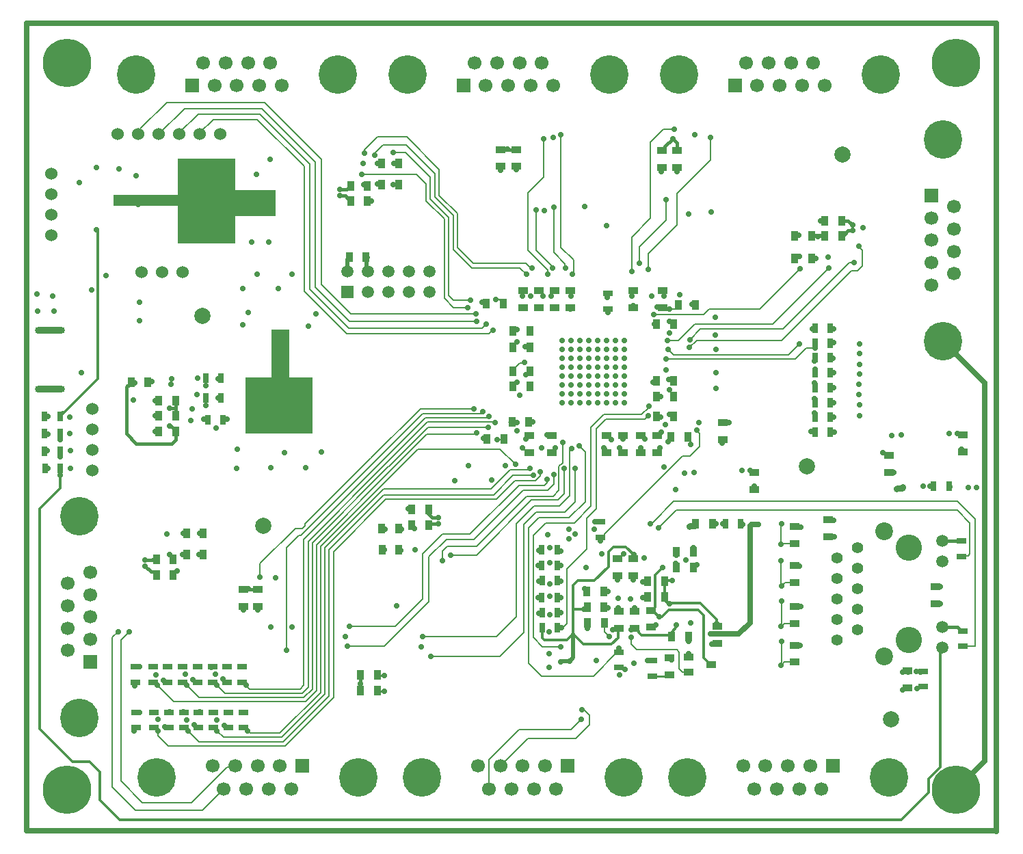
<source format=gbl>
G04*
G04 #@! TF.GenerationSoftware,Altium Limited,Altium Designer,18.1.7 (191)*
G04*
G04 Layer_Physical_Order=4*
G04 Layer_Color=16711680*
%FSLAX24Y24*%
%MOIN*%
G70*
G01*
G75*
%ADD10C,0.0100*%
%ADD15C,0.0200*%
%ADD21C,0.0080*%
%ADD23C,0.0150*%
%ADD25C,0.0250*%
%ADD29R,0.0472X0.0354*%
%ADD37R,0.0512X0.0276*%
%ADD38R,0.0354X0.0472*%
%ADD39R,0.0276X0.0512*%
%ADD103C,0.0120*%
%ADD105C,0.0070*%
%ADD106C,0.0300*%
%ADD114C,0.0600*%
%ADD115C,0.0591*%
%ADD116R,0.0591X0.0591*%
%ADD117C,0.2362*%
%ADD118O,0.1457X0.0354*%
%ADD119C,0.1874*%
%ADD120R,0.0669X0.0669*%
%ADD121C,0.0669*%
%ADD122R,0.0669X0.0669*%
%ADD123C,0.0787*%
%ADD124C,0.0866*%
%ADD125C,0.0551*%
%ADD126C,0.1280*%
%ADD127C,0.0500*%
%ADD128C,0.0280*%
%ADD154R,0.0492X0.0335*%
%ADD155R,0.2153X0.1312*%
%ADD156R,0.4235X0.0581*%
%ADD157R,0.2797X0.4129*%
%ADD158R,0.3266X0.2746*%
%ADD159R,0.0899X0.3490*%
D10*
X17084Y7564D02*
X17419D01*
X17071Y7577D02*
X17084Y7564D01*
X17100Y6778D02*
X17406D01*
X17071Y6807D02*
X17100Y6778D01*
X8718Y21678D02*
Y22045D01*
X8706Y22057D02*
X8718Y22045D01*
X8714Y20712D02*
X8721Y20704D01*
X8714Y20712D02*
Y21062D01*
X8706Y21070D02*
X8714Y21062D01*
X31271Y7527D02*
X31321Y7577D01*
X30476Y7527D02*
X31271D01*
D15*
X26625Y8406D02*
Y9581D01*
X26465Y8246D02*
X26625Y8406D01*
X26030Y8235D02*
X26041Y8246D01*
X16541Y27391D02*
Y27954D01*
X15611Y27243D02*
Y27864D01*
X38247Y28983D02*
X38880D01*
X38247Y28983D02*
X38247Y28983D01*
X26041Y8246D02*
X26465D01*
D21*
X6378Y4631D02*
Y4865D01*
X24539Y27433D02*
X24613D01*
X24330Y27643D02*
X24539Y27433D01*
X45337Y15609D02*
X45964Y14983D01*
Y13477D02*
Y14983D01*
X45873Y13387D02*
X45964Y13477D01*
X45350Y16041D02*
X46220Y15170D01*
Y8970D02*
Y15170D01*
X32784Y18726D02*
Y19364D01*
X32643Y19505D02*
X32784Y19364D01*
X32643Y19505D02*
Y19511D01*
X45587Y13387D02*
X45873D01*
X45560Y13360D02*
X45587Y13387D01*
X31663Y15609D02*
X45337D01*
X31528Y16041D02*
X45350D01*
X45620Y8970D02*
X46220D01*
X30791Y14737D02*
X31663Y15609D01*
X30516Y15030D02*
X31528Y16041D01*
X30511Y15030D02*
X30516D01*
X30437Y14956D02*
X30511Y15030D01*
X30383Y14956D02*
X30437D01*
X30280Y27365D02*
Y28130D01*
X29472Y28910D02*
X30402Y29839D01*
X29472Y27247D02*
Y28910D01*
X29849Y27655D02*
Y28443D01*
X25674Y28180D02*
Y30387D01*
Y28180D02*
X26233Y27620D01*
Y27435D02*
Y27620D01*
Y27435D02*
X26244Y27424D01*
X26030Y28419D02*
Y33907D01*
X26639Y27161D02*
Y27809D01*
X26603Y27124D02*
X26639Y27161D01*
X26030Y28419D02*
X26639Y27809D01*
X24815Y28280D02*
X25554Y27541D01*
Y27533D02*
Y27541D01*
Y27533D02*
X25627Y27460D01*
Y27406D02*
Y27460D01*
X24419Y28283D02*
Y31093D01*
Y28283D02*
X25375Y27328D01*
Y27112D02*
Y27328D01*
X35708Y25420D02*
X37686Y27398D01*
X33250Y25420D02*
X35708D01*
X32989Y25159D02*
X33250Y25420D01*
X30562Y25159D02*
X32989D01*
X30402Y29839D02*
Y33567D01*
X21766Y27643D02*
X24330D01*
X21677Y27428D02*
X24027D01*
X24337Y27118D01*
X20986Y28423D02*
X21766Y27643D01*
X20772Y28334D02*
X21677Y27428D01*
X22517Y24209D02*
X22706Y24398D01*
X15584Y24209D02*
X22517D01*
X13518Y26276D02*
X15584Y24209D01*
X22203Y24476D02*
X22402Y24674D01*
X15688Y24476D02*
X22203D01*
X13780Y26384D02*
X15688Y24476D01*
X15725Y24824D02*
X21907D01*
X14052Y26497D02*
X15725Y24824D01*
X15779Y25197D02*
X21887D01*
X14354Y26622D02*
X15779Y25197D01*
X20798Y25494D02*
X21491D01*
X20337Y25956D02*
X20798Y25494D01*
X20337Y25956D02*
Y29805D01*
X20772Y25868D02*
X21632D01*
X20557Y26082D02*
X20772Y25868D01*
X20557Y26082D02*
Y29897D01*
X23006Y25891D02*
X23223Y25674D01*
X22863Y25891D02*
X23006D01*
X13780Y26384D02*
Y32486D01*
X14052Y26497D02*
Y32599D01*
X14354Y26622D02*
Y32724D01*
X13518Y26276D02*
Y32378D01*
X11343Y34923D02*
X13780Y32486D01*
X11456Y35195D02*
X14052Y32599D01*
X11581Y35498D02*
X14354Y32724D01*
X11235Y34661D02*
X13518Y32378D01*
X8342Y34923D02*
X11343D01*
X7435Y34016D02*
X8342Y34923D01*
X7688Y35195D02*
X11456D01*
X6435Y33942D02*
X7688Y35195D01*
X9071Y34661D02*
X11235D01*
X8435Y34025D02*
X9071Y34661D01*
X8435Y33942D02*
Y34025D01*
X7435Y33942D02*
Y34016D01*
X5534Y34225D02*
X6806Y35498D01*
X11581D01*
X5534Y34041D02*
Y34225D01*
X5435Y33942D02*
X5534Y34041D01*
X30280Y28130D02*
X31683Y29534D01*
X29849Y28443D02*
X31157Y29751D01*
X20772Y28334D02*
Y29985D01*
X20986Y28423D02*
Y30074D01*
X19883Y30873D02*
X20772Y29985D01*
X19669Y30785D02*
X20557Y29897D01*
X19449Y30693D02*
X20337Y29805D01*
X20098Y30962D02*
X20986Y30074D01*
X32638Y23876D02*
X36773D01*
X32302Y23540D02*
X32638Y23876D01*
X32816Y24439D02*
X36841D01*
X32309Y23932D02*
X32816Y24439D01*
X40488Y27283D02*
X40735Y27531D01*
X40181Y27283D02*
X40488D01*
X36773Y23876D02*
X40181Y27283D01*
X40094Y27693D02*
X40321D01*
X36841Y24439D02*
X40094Y27693D01*
X32552Y24671D02*
X36355D01*
X31762Y23882D02*
X32552Y24671D01*
X31236Y23882D02*
X31762D01*
X36355Y24671D02*
X39094Y27411D01*
X37463Y22995D02*
X37995Y23528D01*
X31142Y22995D02*
X37463D01*
X37995Y23528D02*
X38411D01*
X24200Y22786D02*
X24238Y22824D01*
X24024Y22786D02*
X24200D01*
X23695Y22456D02*
X24024Y22786D01*
X23596Y22456D02*
X23695D01*
X37133Y23199D02*
X37654Y23720D01*
X31504Y23199D02*
X37133D01*
X31260Y23443D02*
X31504Y23199D01*
X32321Y18263D02*
X32784Y18726D01*
X31967Y18263D02*
X32321D01*
X28153Y14449D02*
X31967Y18263D01*
X27493Y19649D02*
X28123Y20279D01*
X27493Y15803D02*
Y19649D01*
X26672Y14982D02*
X27493Y15803D01*
X28123Y20279D02*
X29966D01*
X27280Y13706D02*
Y15206D01*
X26320Y12745D02*
X27280Y13706D01*
X26320Y10093D02*
Y12745D01*
X27280Y15206D02*
X27750Y15675D01*
X25121Y8964D02*
X26036D01*
X24671Y9414D02*
X25121Y8964D01*
X24671Y9414D02*
Y11464D01*
X24681Y11473D02*
Y14380D01*
X24671Y11464D02*
X24681Y11473D01*
X25283Y14982D02*
X26672D01*
X24681Y14380D02*
X25283Y14982D01*
X24469Y14756D02*
X24953Y15239D01*
X24469Y8159D02*
Y14756D01*
Y8159D02*
X25096Y7532D01*
X24205Y14921D02*
X24809Y15526D01*
X24205Y9646D02*
Y14921D01*
X23043Y8483D02*
X24205Y9646D01*
X26430Y15239D02*
X27206Y16015D01*
X24953Y15239D02*
X26430D01*
X27750Y15675D02*
Y19584D01*
X28220Y20055D01*
X29966Y20279D02*
X30309Y20621D01*
Y20676D01*
X28220Y20055D02*
X30136D01*
X30293Y20213D01*
X32342Y18831D02*
Y19081D01*
X32229Y19194D02*
X32342Y19081D01*
X27937Y14291D02*
X28056D01*
X28153Y14389D02*
Y14449D01*
X28056Y14291D02*
X28153Y14389D01*
X26179Y9952D02*
X26320Y10093D01*
X26097Y9880D02*
X26168Y9952D01*
X26179D01*
X26043Y9880D02*
X26097D01*
X25096Y7532D02*
X27611D01*
X19055Y18598D02*
X23060D01*
X17622Y17165D02*
X19055Y18598D01*
X23060D02*
X23822Y17836D01*
X19492Y19318D02*
X21785D01*
X21802Y19335D01*
X21894D01*
X21932Y19373D01*
X17798Y17624D02*
X19492Y19318D01*
X14109Y13935D02*
X17798Y17624D01*
X17648Y17760D02*
X19546Y19658D01*
X17403Y17788D02*
X19523Y19908D01*
X19404Y20104D02*
X22468D01*
X17181Y17880D02*
X19404Y20104D01*
X19284Y20311D02*
X22119D01*
X16949Y17976D02*
X19284Y20311D01*
X16763Y18157D02*
X19171Y20565D01*
X13556Y14950D02*
X16763Y18157D01*
X13556Y14846D02*
Y14950D01*
X19171Y20565D02*
X21780D01*
X22468Y20104D02*
X22534Y20170D01*
X22119Y20311D02*
X22219Y20411D01*
X22783Y19908D02*
X22809Y19882D01*
X19523Y19908D02*
X22783D01*
X19546Y19658D02*
X22502D01*
X17648Y17757D02*
Y17760D01*
X17598Y17707D02*
X17648Y17757D01*
X22924Y19036D02*
X23159D01*
X23233Y19110D01*
X14309Y13852D02*
X17622Y17165D01*
X14109Y6814D02*
Y13935D01*
X13572Y6277D02*
X14109Y6814D01*
X23543Y17569D02*
X24378D01*
X24451Y17642D01*
X24505D01*
X14511Y13769D02*
X17380Y16638D01*
X22613D02*
X23543Y17569D01*
X17380Y16638D02*
X22613D01*
X14723Y13681D02*
X17393Y16350D01*
X17407Y16364D01*
X22740D01*
X23691Y17315D01*
X24674D01*
X24787Y17047D02*
X25014Y17274D01*
X23792Y17047D02*
X24787D01*
X22896Y16151D02*
X23792Y17047D01*
X25014Y17274D02*
Y17498D01*
X14942Y13590D02*
X17503Y16151D01*
X22896D01*
X21600Y14452D02*
X23981Y16833D01*
X25235D02*
X25339Y16937D01*
Y17123D01*
X25350Y17134D01*
X23981Y16833D02*
X25235D01*
X25676Y16882D02*
Y17364D01*
X15649Y8970D02*
X17408D01*
X25380Y16586D02*
X25676Y16882D01*
X25936Y16586D02*
Y17744D01*
X26109Y17917D01*
X25639Y16290D02*
X25936Y16586D01*
X24163Y18649D02*
X24347Y18465D01*
X20254Y14452D02*
X21600D01*
X19277Y13476D02*
X20254Y14452D01*
X19277Y11271D02*
Y13476D01*
X17957Y9951D02*
X19277Y11271D01*
X15724Y9951D02*
X17957D01*
X24188Y16586D02*
X25380D01*
X21800Y14198D02*
X24188Y16586D01*
X20665Y13422D02*
X21913D01*
X20481Y13868D02*
X21927D01*
X26109Y17917D02*
Y18909D01*
X20443Y14198D02*
X21800D01*
X19591Y13346D02*
X20443Y14198D01*
X19591Y11153D02*
Y13346D01*
X17408Y8970D02*
X19591Y11153D01*
X20241Y13628D02*
X20481Y13868D01*
X24348Y16290D02*
X25639D01*
X21927Y13868D02*
X24348Y16290D01*
X26460Y18551D02*
X26537Y18628D01*
X26175Y17576D02*
X26186Y17587D01*
X26175Y16408D02*
Y17576D01*
X25871Y16104D02*
X26175Y16408D01*
X26186Y17587D02*
Y17641D01*
X24595Y16104D02*
X25871D01*
X21913Y13422D02*
X24595Y16104D01*
X26460Y16328D02*
Y18551D01*
X25957Y15825D02*
X26460Y16328D01*
X24735Y15825D02*
X25957D01*
X23849Y14939D02*
X24735Y15825D01*
X23849Y10419D02*
Y14939D01*
X22872Y9443D02*
X23849Y10419D01*
X19293Y9443D02*
X22872D01*
X24809Y15526D02*
X26220D01*
X19679Y8483D02*
X23043D01*
X28839Y8883D02*
X28942Y8781D01*
X26921Y18753D02*
X27206Y18468D01*
X26710Y16016D02*
Y17663D01*
X26220Y15526D02*
X26710Y16016D01*
X27206Y16015D02*
Y18468D01*
X31958Y7713D02*
X32270D01*
X31802Y7869D02*
X31958Y7713D01*
X31802Y7869D02*
Y8699D01*
X27611Y7532D02*
X28752Y8673D01*
X28736Y8690D02*
X28752Y8673D01*
X28736Y8690D02*
X28851D01*
X31317Y21470D02*
X31356Y21432D01*
Y21373D02*
Y21432D01*
Y21373D02*
X31441Y21288D01*
X31599D01*
X28123Y18646D02*
X28242D01*
X29914Y18408D02*
Y18645D01*
X4157Y9411D02*
X4438Y9691D01*
X4157Y2112D02*
Y9411D01*
X4573Y9293D02*
X4972Y9691D01*
X4573Y2411D02*
Y9293D01*
Y2411D02*
X5620Y1364D01*
X5282Y987D02*
X8556D01*
X4157Y2112D02*
X5282Y987D01*
X5620Y1364D02*
X8036D01*
X9745Y3073D01*
X10069D01*
X10148Y3153D01*
X8556Y987D02*
X9603Y2035D01*
X18980Y31989D02*
X19449Y31520D01*
Y30693D02*
Y31520D01*
X16310Y31989D02*
X18980D01*
X17346Y33424D02*
X18493D01*
X16948Y33025D02*
X17346Y33424D01*
X16948Y32934D02*
Y33025D01*
X17080Y33811D02*
X18517D01*
X16455Y33186D02*
X17080Y33811D01*
X16455Y33020D02*
Y33186D01*
X20098Y30962D02*
Y32230D01*
X18517Y33811D02*
X20098Y32230D01*
X19883Y30873D02*
Y32033D01*
X18493Y33424D02*
X19883Y32033D01*
X19669Y30785D02*
Y31836D01*
X18463Y33043D02*
X19669Y31836D01*
X17847Y33043D02*
X18463D01*
X40542Y28482D02*
X40735Y28288D01*
Y27531D02*
Y28288D01*
X24419Y31093D02*
X25184Y31858D01*
Y33731D01*
X24815Y28280D02*
Y30265D01*
X30402Y33567D02*
X31028Y34194D01*
X31565D01*
X31683Y29534D02*
Y31049D01*
X33326Y32691D01*
Y33783D01*
X31157Y29751D02*
Y30750D01*
X13448Y14475D02*
X16949Y17976D01*
X13260Y14395D02*
X13368D01*
X13448Y14475D01*
X12665Y13800D02*
X13260Y14395D01*
X13436Y14726D02*
X13556Y14846D01*
X13074Y14726D02*
X13436D01*
X11359Y13011D02*
X13074Y14726D01*
X13713Y14099D02*
X17403Y17788D01*
X13909Y14018D02*
X17598Y17707D01*
X13491Y14191D02*
X17181Y17880D01*
X13491Y7070D02*
Y14191D01*
X13713Y6978D02*
Y14099D01*
X14942Y6469D02*
Y13590D01*
X14511Y6648D02*
Y13769D01*
X14309Y6731D02*
Y13852D01*
X14723Y6560D02*
Y13681D01*
X13909Y6897D02*
Y14018D01*
X13489Y6477D02*
X13909Y6897D01*
X13316Y6894D02*
X13491Y7070D01*
X13408Y6672D02*
X13713Y6978D01*
X12408Y4545D02*
X14511Y6648D01*
X12587Y4113D02*
X14942Y6469D01*
X12325Y4746D02*
X14309Y6731D01*
X12496Y4332D02*
X14723Y6560D01*
X6896Y4113D02*
X12587D01*
X6378Y4631D02*
X6896Y4113D01*
X10883Y4746D02*
X12325D01*
X10765Y4865D02*
X10883Y4746D01*
X10748Y4865D02*
X10765D01*
X8380Y4332D02*
X12496D01*
X7848Y4865D02*
X8380Y4332D01*
X9268Y4865D02*
X9588Y4545D01*
X12408D01*
X10861Y6894D02*
X13316D01*
X10682Y7074D02*
X10861Y6894D01*
X9653Y6672D02*
X13408D01*
X8389Y6477D02*
X13489D01*
X7149Y6277D02*
X13572D01*
X9252Y7074D02*
X9653Y6672D01*
X7792Y7074D02*
X8389Y6477D01*
X6352Y7074D02*
X7149Y6277D01*
X15649Y9008D02*
X15736D01*
X15611Y8970D02*
X15649Y9008D01*
X12665Y8781D02*
Y13800D01*
X11359Y12357D02*
Y13011D01*
X20241Y13167D02*
Y13628D01*
X36786Y11920D02*
X36946Y12080D01*
X37414D01*
X36765Y9951D02*
X36768D01*
X36912Y10095D01*
X37414D01*
X36773Y8063D02*
X36916Y8206D01*
X36759Y8049D02*
X36773Y8063D01*
X36916Y8206D02*
X37414D01*
X36773Y8063D02*
Y9222D01*
X36765Y9951D02*
X36786Y9972D01*
Y11172D01*
X36759Y11946D02*
X36786Y11920D01*
X36759Y11946D02*
Y13146D01*
X36742Y14912D02*
X36773Y14943D01*
X36742Y13948D02*
Y14912D01*
Y13948D02*
X36769Y13975D01*
X37414D01*
X23895Y19901D02*
X23899Y19897D01*
X23523Y19901D02*
X23895D01*
X23503Y19921D02*
X23523Y19901D01*
X28242Y18646D02*
X28268Y18620D01*
X31335Y25417D02*
X31547D01*
X31562Y25432D01*
X31621D01*
X31758Y25569D01*
Y25628D01*
X24347Y18385D02*
Y18465D01*
X23616Y24425D02*
X23899D01*
X24163Y26067D02*
X24178Y26082D01*
X25541Y26067D02*
X25713Y26239D01*
Y26484D02*
X25718Y26489D01*
X23620Y23650D02*
X23715D01*
X23899Y23834D01*
X23538Y22398D02*
X23596Y22456D01*
X23562Y21682D02*
X23715D01*
X23538Y21658D02*
X23562Y21682D01*
X23715D02*
X23899Y21866D01*
X23233Y19110D02*
X23262Y19080D01*
X25588Y18499D02*
X25738Y18649D01*
X28887D02*
X29038Y18498D01*
Y18278D02*
Y18498D01*
X28859Y13253D02*
X29076Y13471D01*
X29454Y9204D02*
Y9433D01*
X29734Y8808D02*
X31693D01*
X29454Y9088D02*
X29734Y8808D01*
X29454Y9088D02*
Y9433D01*
X31693Y8808D02*
X31802Y8699D01*
X28781Y13253D02*
X28859D01*
X28154Y9680D02*
X28376Y9458D01*
X28154Y9680D02*
Y10110D01*
X28851Y8690D02*
X28942Y8781D01*
D23*
X40034Y29733D02*
X40243Y29524D01*
X39707Y29733D02*
X40034D01*
X40024Y29238D02*
X40238D01*
X6969Y19706D02*
X7004D01*
X7104Y19605D01*
X7158D01*
X7261Y19503D01*
Y19444D02*
Y19503D01*
X5334Y18852D02*
X7066D01*
X4841Y19345D02*
X5334Y18852D01*
X7066D02*
X7261Y19046D01*
X5076Y21804D02*
Y21863D01*
X4841Y19345D02*
Y21618D01*
X4900Y21677D01*
X4949D01*
X5076Y21804D01*
X7261Y19046D02*
Y19444D01*
X19744Y15247D02*
X20068D01*
X19538Y15453D02*
X19744Y15247D01*
X19538Y15453D02*
Y15512D01*
X15611Y27864D02*
X15708Y27961D01*
X15243Y31236D02*
X15575D01*
X7261Y20584D02*
Y20964D01*
Y20204D02*
Y20584D01*
X7252Y20575D02*
X7261Y20584D01*
X6948Y20575D02*
X7252D01*
X16244Y6807D02*
Y7577D01*
X23074Y33198D02*
X23844D01*
X10538Y11750D02*
X11258D01*
X5765Y12897D02*
X6037Y12625D01*
X6204D01*
X6306Y12523D01*
Y12464D02*
Y12523D01*
X6296Y13333D02*
Y13392D01*
X6194Y13231D02*
X6296Y13333D01*
X6134Y13231D02*
X6194D01*
X6098Y13195D02*
X6134Y13231D01*
X5765Y13195D02*
X6098D01*
X19538Y14752D02*
Y14811D01*
X19640Y14914D01*
X19699D01*
X19736Y14950D01*
X20068D01*
X15575Y31236D02*
X15612Y31272D01*
X15671D01*
X15773Y31375D01*
Y31434D01*
X15243Y30939D02*
X15508D01*
X15612Y30835D01*
X15671D01*
X15773Y30733D01*
Y30674D02*
Y30733D01*
X31499Y33735D02*
X31700Y33535D01*
Y33144D02*
Y33535D01*
X31101Y33246D02*
Y33337D01*
X30999Y33144D02*
X31101Y33246D01*
X30940Y33144D02*
X30999D01*
X31101Y33337D02*
X31499Y33735D01*
X39807Y29021D02*
X40024Y29238D01*
X39745Y29021D02*
X39807D01*
X39707Y28983D02*
X39745Y29021D01*
X45502Y9718D02*
X45620D01*
X45439Y9781D02*
X45502Y9718D01*
X45439Y9781D02*
Y9823D01*
X45351Y9911D02*
X45439Y9823D01*
X44620Y9911D02*
X45351D01*
X44620Y14132D02*
X44644Y14108D01*
X45560D01*
D25*
X46683Y21809D02*
X46683Y3376D01*
X44638Y23854D02*
X46683Y21809D01*
X45276Y1969D02*
X46683Y3376D01*
X35315Y14909D02*
X35660D01*
X35252Y10128D02*
Y14800D01*
Y14846D02*
X35315Y14909D01*
X35252Y14800D02*
X35332Y14880D01*
Y14888D01*
X33324Y9575D02*
X34110D01*
X34694Y9570D02*
X35252Y10128D01*
X34106Y9570D02*
X34694D01*
X42923Y7782D02*
X42970Y7735D01*
X43548D02*
X43565Y7753D01*
X43683D01*
X0Y0D02*
X27Y-27D01*
X47257D01*
X47261Y-32D01*
Y49D01*
Y39359D01*
X47263Y39361D01*
X20D02*
X47263D01*
X0Y39340D02*
X20Y39361D01*
X0Y0D02*
Y39340D01*
D29*
X29068Y18417D02*
D03*
Y19243D02*
D03*
X24948Y26327D02*
D03*
Y25500D02*
D03*
X24187Y26327D02*
D03*
Y25500D02*
D03*
X26488Y26327D02*
D03*
Y25500D02*
D03*
X23074Y32372D02*
D03*
Y33198D02*
D03*
X23844Y32372D02*
D03*
Y33198D02*
D03*
X10538Y10923D02*
D03*
Y11750D02*
D03*
X11258Y10923D02*
D03*
Y11750D02*
D03*
X29561Y13253D02*
D03*
Y12427D02*
D03*
X30411Y10733D02*
D03*
Y9907D02*
D03*
X28851Y9857D02*
D03*
Y10683D02*
D03*
X25588Y18417D02*
D03*
Y19243D02*
D03*
X37414Y14802D02*
D03*
Y13975D02*
D03*
Y10922D02*
D03*
Y10095D02*
D03*
Y9033D02*
D03*
Y8206D02*
D03*
X44280Y11887D02*
D03*
Y11060D02*
D03*
X42008Y18287D02*
D03*
Y17461D02*
D03*
X35441Y16629D02*
D03*
Y17456D02*
D03*
X45618Y18455D02*
D03*
Y19282D02*
D03*
X42923Y7782D02*
D03*
Y6956D02*
D03*
X33933Y19887D02*
D03*
Y19060D02*
D03*
X30940Y33144D02*
D03*
Y32317D02*
D03*
X31700Y33144D02*
D03*
Y32317D02*
D03*
X28268Y19243D02*
D03*
Y18417D02*
D03*
X29548Y25500D02*
D03*
Y26327D02*
D03*
X29918Y19243D02*
D03*
Y18417D02*
D03*
X24501Y19243D02*
D03*
Y18417D02*
D03*
X25718Y25500D02*
D03*
Y26327D02*
D03*
X30707Y19243D02*
D03*
Y18417D02*
D03*
X30973Y25500D02*
D03*
Y26327D02*
D03*
X28781Y12427D02*
D03*
Y13253D02*
D03*
X33641Y9120D02*
D03*
Y9947D02*
D03*
X29611Y10683D02*
D03*
Y9857D02*
D03*
X31321Y7577D02*
D03*
Y8403D02*
D03*
X39070Y14330D02*
D03*
Y15157D02*
D03*
X37414Y12080D02*
D03*
Y12907D02*
D03*
D37*
X6184Y5760D02*
D03*
Y5012D02*
D03*
X7654Y5760D02*
D03*
Y5012D02*
D03*
X9074Y5760D02*
D03*
Y5012D02*
D03*
X10554Y5760D02*
D03*
Y5012D02*
D03*
X6158Y7969D02*
D03*
Y7221D02*
D03*
X7598Y7969D02*
D03*
Y7221D02*
D03*
X9058Y7969D02*
D03*
Y7221D02*
D03*
X10488Y7969D02*
D03*
Y7221D02*
D03*
X28306Y26172D02*
D03*
Y25424D02*
D03*
X43683Y7005D02*
D03*
Y7753D02*
D03*
X9758Y7221D02*
D03*
Y7969D02*
D03*
X6868Y7221D02*
D03*
Y7969D02*
D03*
X9824Y5012D02*
D03*
Y5760D02*
D03*
X5289Y7221D02*
D03*
Y7969D02*
D03*
X8344Y5012D02*
D03*
Y5760D02*
D03*
X6924Y5012D02*
D03*
Y5760D02*
D03*
X5316Y5012D02*
D03*
Y5760D02*
D03*
X8328Y7221D02*
D03*
Y7969D02*
D03*
X27937Y14291D02*
D03*
Y15039D02*
D03*
X28851Y7942D02*
D03*
Y8690D02*
D03*
X30476Y8275D02*
D03*
Y7527D02*
D03*
X45560Y13360D02*
D03*
Y14108D02*
D03*
X45620Y8970D02*
D03*
Y9718D02*
D03*
D38*
X31522Y24693D02*
D03*
X30695D02*
D03*
X23695Y21658D02*
D03*
X24522D02*
D03*
X23695Y22398D02*
D03*
X24522D02*
D03*
X23695Y23568D02*
D03*
X24522D02*
D03*
X23695Y24350D02*
D03*
X24522D02*
D03*
X38880Y28983D02*
D03*
X39707D02*
D03*
X38880Y29733D02*
D03*
X39707D02*
D03*
X38257Y27873D02*
D03*
X37430D02*
D03*
X38247Y28983D02*
D03*
X37420D02*
D03*
X17293Y31494D02*
D03*
X18120D02*
D03*
X17293Y32534D02*
D03*
X18120D02*
D03*
X5076Y21863D02*
D03*
X5903D02*
D03*
X7261Y20964D02*
D03*
X6434D02*
D03*
Y20204D02*
D03*
X7261D02*
D03*
X6434Y19444D02*
D03*
X7261D02*
D03*
X7132Y12464D02*
D03*
X6306D02*
D03*
X7132Y13224D02*
D03*
X6306D02*
D03*
X7776Y13454D02*
D03*
X8602D02*
D03*
X7776Y14474D02*
D03*
X8602D02*
D03*
X17071Y7577D02*
D03*
X16244D02*
D03*
X31074Y11390D02*
D03*
X30247D02*
D03*
X31074Y12140D02*
D03*
X30247D02*
D03*
X31647Y12810D02*
D03*
X32474D02*
D03*
X31657Y13570D02*
D03*
X32484D02*
D03*
X27309Y10881D02*
D03*
X28136D02*
D03*
X31420Y9466D02*
D03*
X32247D02*
D03*
X18135Y13676D02*
D03*
X17308D02*
D03*
X18122Y14706D02*
D03*
X17295D02*
D03*
X18745Y14886D02*
D03*
X19572D02*
D03*
X18745Y15646D02*
D03*
X19572D02*
D03*
X23642Y19915D02*
D03*
X24469D02*
D03*
X23262Y19080D02*
D03*
X22435D02*
D03*
X31522Y21148D02*
D03*
X30695D02*
D03*
X31522Y20183D02*
D03*
X30695D02*
D03*
Y21918D02*
D03*
X31522D02*
D03*
X31402Y19194D02*
D03*
X32229D02*
D03*
X16535Y27961D02*
D03*
X15708D02*
D03*
X32578Y14938D02*
D03*
X33405D02*
D03*
X15773Y30674D02*
D03*
X16600D02*
D03*
X15773Y31434D02*
D03*
X16600D02*
D03*
X16244Y6807D02*
D03*
X17071D02*
D03*
X31758Y25628D02*
D03*
X32585D02*
D03*
X22396Y25674D02*
D03*
X23223D02*
D03*
X27327Y10110D02*
D03*
X28154D02*
D03*
X28114Y11660D02*
D03*
X27287D02*
D03*
D39*
X1635Y17660D02*
D03*
X887D02*
D03*
X8813Y20034D02*
D03*
X9561D02*
D03*
X9454Y21070D02*
D03*
X8706D02*
D03*
X9455Y22057D02*
D03*
X8706D02*
D03*
X25861Y9890D02*
D03*
X25113D02*
D03*
X25111Y10620D02*
D03*
X25859D02*
D03*
X25093Y11360D02*
D03*
X25841D02*
D03*
X25112Y12175D02*
D03*
X25860D02*
D03*
X25102Y12923D02*
D03*
X25850D02*
D03*
X25102Y13673D02*
D03*
X25850D02*
D03*
X34041Y14953D02*
D03*
X34789D02*
D03*
X44194Y16778D02*
D03*
X44942D02*
D03*
X862Y18495D02*
D03*
X1610D02*
D03*
X866Y19340D02*
D03*
X1614D02*
D03*
X866Y20179D02*
D03*
X1614D02*
D03*
X39155Y24494D02*
D03*
X38407D02*
D03*
X39155Y23768D02*
D03*
X38407D02*
D03*
X39155Y21591D02*
D03*
X38407D02*
D03*
X39155Y20140D02*
D03*
X38407D02*
D03*
X39155Y20865D02*
D03*
X38407D02*
D03*
X39155Y19414D02*
D03*
X38407D02*
D03*
X39155Y23042D02*
D03*
X38407D02*
D03*
X39155Y22317D02*
D03*
X38407D02*
D03*
D103*
X44524Y3071D02*
Y8911D01*
X43964Y2512D02*
X44524Y3071D01*
X43964Y1856D02*
Y2512D01*
X42616Y507D02*
X43964Y1856D01*
X2211Y3359D02*
X3041D01*
X619Y4951D02*
X2211Y3359D01*
X619Y4951D02*
Y15682D01*
X4517Y507D02*
X42616D01*
X3548Y1476D02*
X4517Y507D01*
X3548Y1476D02*
Y2852D01*
X3041Y3359D02*
X3548Y2852D01*
X619Y15682D02*
X1621Y16684D01*
Y17334D01*
X44524Y8911D02*
X44620D01*
X1614Y20179D02*
X1766Y20331D01*
X3457Y22021D02*
Y29227D01*
X3394Y29290D02*
X3457Y29227D01*
X1815Y20380D02*
X3457Y22021D01*
X1717Y20380D02*
X1815D01*
X1717D02*
X1766Y20331D01*
X32813Y11072D02*
X33473Y10412D01*
X33606Y10279D01*
Y10077D02*
Y10279D01*
X30620Y12443D02*
X30985Y12808D01*
X30986D01*
X31306Y11072D02*
X32813D01*
X31074Y12140D02*
X31117Y12183D01*
X31446D01*
X31074Y11218D02*
Y11390D01*
Y12140D01*
Y11218D02*
X31220Y11072D01*
X26332Y9288D02*
X26625Y9581D01*
X28339Y12865D02*
Y13573D01*
X27655Y12181D02*
X28339Y12865D01*
Y13573D02*
X28586Y13820D01*
X29195D02*
X29576Y13439D01*
X28586Y13820D02*
X29195D01*
X25225Y9288D02*
X26332D01*
X25113Y9401D02*
X25225Y9288D01*
X25113Y9401D02*
Y9890D01*
X28825Y9400D02*
Y9831D01*
X28501Y9076D02*
X28825Y9400D01*
X27131Y9076D02*
X28501D01*
X26625Y9581D02*
X27131Y9076D01*
X26625Y9581D02*
Y10781D01*
Y11945D01*
Y10781D02*
X26720D01*
X26724Y10776D01*
X27159D01*
X26861Y12181D02*
X27655D01*
X26625Y11945D02*
X26861Y12181D01*
X28825Y9831D02*
X28851Y9857D01*
X30500Y10733D02*
X30805Y10428D01*
X30453Y10733D02*
X30500D01*
X30805Y10428D02*
X30965D01*
X31665Y9908D02*
Y10009D01*
X31439Y9682D02*
X31665Y9908D01*
X31283Y9526D02*
X31439Y9682D01*
Y9484D02*
Y9682D01*
X31420Y9466D02*
X31439Y9484D01*
X29941Y9526D02*
X31283D01*
X31665Y10009D02*
X31724D01*
X32986Y8406D02*
Y10474D01*
X32718Y10742D02*
X32986Y10474D01*
X31279Y10742D02*
X32718D01*
X30965Y10428D02*
X31279Y10742D01*
X30411Y10733D02*
X30453D01*
X32986Y8406D02*
X33182Y8210D01*
Y8194D02*
Y8210D01*
Y8194D02*
X33289Y8087D01*
X33368D01*
X30620Y10901D02*
Y12443D01*
X30453Y10733D02*
X30620Y10901D01*
X29611Y9857D02*
X29682Y9786D01*
X29807Y9660D02*
X29941Y9526D01*
X29807Y9660D02*
Y9720D01*
X29741Y9786D02*
X29807Y9720D01*
X29682Y9786D02*
X29741D01*
D105*
X27145Y5898D02*
X27409Y5633D01*
Y5143D02*
Y5633D01*
X26750Y4484D02*
X27409Y5143D01*
X27057Y5898D02*
X27145D01*
X26510Y4910D02*
X27035Y5435D01*
X23989Y4910D02*
X26510D01*
X22529Y3451D02*
X23989Y4910D01*
X22529Y2035D02*
Y3451D01*
X23075Y3153D02*
X24406Y4484D01*
X26750D01*
D106*
X32310Y14852D02*
X32551D01*
X32293Y14835D02*
X32310Y14852D01*
X32551D02*
X32578Y14879D01*
Y14938D01*
X16611Y27243D02*
Y27321D01*
X16541Y27391D02*
X16611Y27321D01*
X16535Y27961D02*
X16541Y27954D01*
X42685Y16704D02*
Y16763D01*
X42658Y16677D02*
X42685Y16704D01*
X42417Y16677D02*
X42658D01*
X42400Y16660D02*
X42417Y16677D01*
D114*
X4435Y33942D02*
D03*
X5435D02*
D03*
X6435D02*
D03*
X7435D02*
D03*
X8435D02*
D03*
X9435D02*
D03*
X6600Y27210D02*
D03*
X5600D02*
D03*
X7600D02*
D03*
X1180Y32030D02*
D03*
Y31030D02*
D03*
Y30030D02*
D03*
Y29030D02*
D03*
X3198Y17548D02*
D03*
Y18548D02*
D03*
Y19548D02*
D03*
Y20548D02*
D03*
D115*
X19611Y27243D02*
D03*
Y26243D02*
D03*
X18611Y27243D02*
D03*
Y26243D02*
D03*
X17611Y27243D02*
D03*
Y26243D02*
D03*
X16611Y27243D02*
D03*
Y26243D02*
D03*
X15611Y27243D02*
D03*
X44620Y8911D02*
D03*
Y9911D02*
D03*
Y13132D02*
D03*
Y14132D02*
D03*
D116*
X15611Y26243D02*
D03*
D117*
X45276Y1969D02*
D03*
X1969Y37402D02*
D03*
Y1969D02*
D03*
X45276Y37402D02*
D03*
D118*
X1125Y24395D02*
D03*
Y21521D02*
D03*
D119*
X6320Y2594D02*
D03*
X16158D02*
D03*
X19246D02*
D03*
X29084D02*
D03*
X32172D02*
D03*
X42011D02*
D03*
X44638Y23854D02*
D03*
Y33693D02*
D03*
X28380Y36866D02*
D03*
X18542D02*
D03*
X15149D02*
D03*
X5310D02*
D03*
X2542Y15326D02*
D03*
Y5487D02*
D03*
X31773Y36866D02*
D03*
X41612D02*
D03*
D120*
X13420Y3153D02*
D03*
X26346D02*
D03*
X39272D02*
D03*
X21280Y36307D02*
D03*
X8048D02*
D03*
X34511D02*
D03*
D121*
X12875Y2035D02*
D03*
X12330Y3153D02*
D03*
X11784Y2035D02*
D03*
X11239Y3153D02*
D03*
X10694Y2035D02*
D03*
X10148Y3153D02*
D03*
X9603Y2035D02*
D03*
X9058Y3153D02*
D03*
X25801Y2035D02*
D03*
X25256Y3153D02*
D03*
X24710Y2035D02*
D03*
X24165Y3153D02*
D03*
X23620Y2035D02*
D03*
X23075Y3153D02*
D03*
X22529Y2035D02*
D03*
X21984Y3153D02*
D03*
X38727Y2035D02*
D03*
X38182Y3153D02*
D03*
X37637Y2035D02*
D03*
X37091Y3153D02*
D03*
X36546Y2035D02*
D03*
X36001Y3153D02*
D03*
X35456Y2035D02*
D03*
X34910Y3153D02*
D03*
X45197Y30409D02*
D03*
X44079Y29864D02*
D03*
X45197Y29319D02*
D03*
X44079Y28774D02*
D03*
X45197Y28228D02*
D03*
X44079Y27683D02*
D03*
X45197Y27138D02*
D03*
X44079Y26593D02*
D03*
X21825Y37425D02*
D03*
X22370Y36307D02*
D03*
X22916Y37425D02*
D03*
X23461Y36307D02*
D03*
X24006Y37425D02*
D03*
X24552Y36307D02*
D03*
X25097Y37425D02*
D03*
X25642Y36307D02*
D03*
X8594Y37425D02*
D03*
X9139Y36307D02*
D03*
X9684Y37425D02*
D03*
X10230Y36307D02*
D03*
X10775Y37425D02*
D03*
X11320Y36307D02*
D03*
X11865Y37425D02*
D03*
X12411Y36307D02*
D03*
X1983Y8770D02*
D03*
X3101Y9316D02*
D03*
X1983Y9861D02*
D03*
X3101Y10406D02*
D03*
X1983Y10952D02*
D03*
X3101Y11497D02*
D03*
X1983Y12042D02*
D03*
X3101Y12587D02*
D03*
X38874Y36307D02*
D03*
X38328Y37425D02*
D03*
X37783Y36307D02*
D03*
X37238Y37425D02*
D03*
X36693Y36307D02*
D03*
X36147Y37425D02*
D03*
X35602Y36307D02*
D03*
X35057Y37425D02*
D03*
D122*
X44079Y30955D02*
D03*
X3101Y8225D02*
D03*
D123*
X8554Y25090D02*
D03*
X39762Y32962D02*
D03*
X11531Y14854D02*
D03*
X38025Y17748D02*
D03*
X42107Y5428D02*
D03*
D124*
X41788Y14571D02*
D03*
Y8473D02*
D03*
D125*
X39488Y9272D02*
D03*
Y10272D02*
D03*
Y11272D02*
D03*
Y12272D02*
D03*
Y13272D02*
D03*
X40489Y9772D02*
D03*
Y10772D02*
D03*
Y11772D02*
D03*
Y12772D02*
D03*
Y13772D02*
D03*
D126*
X42989D02*
D03*
Y9272D02*
D03*
D127*
X11195Y20247D02*
D03*
X13445D02*
D03*
X12345D02*
D03*
X12945Y21247D02*
D03*
X11795D02*
D03*
X9320Y29620D02*
D03*
Y31870D02*
D03*
Y30770D02*
D03*
X8320Y31370D02*
D03*
Y30220D02*
D03*
D128*
X10524Y26427D02*
D03*
X40243Y29524D02*
D03*
X9178Y7603D02*
D03*
X7713Y7614D02*
D03*
X6282Y7594D02*
D03*
X9315Y22035D02*
D03*
X6639Y7326D02*
D03*
X9239Y5392D02*
D03*
X7789Y5398D02*
D03*
X6383Y5409D02*
D03*
X6709Y5066D02*
D03*
X6378Y4865D02*
D03*
X32658Y12961D02*
D03*
X42702Y6863D02*
D03*
X43394Y6909D02*
D03*
X39317Y15131D02*
D03*
X40767Y29372D02*
D03*
X40238Y29238D02*
D03*
X24613Y27433D02*
D03*
X46303Y16703D02*
D03*
X29137Y7863D02*
D03*
X31055Y17709D02*
D03*
X44523Y11061D02*
D03*
X6627Y30830D02*
D03*
X5411Y30518D02*
D03*
X11072Y30187D02*
D03*
X10299Y30803D02*
D03*
X32643Y19511D02*
D03*
X3394Y29290D02*
D03*
X15535Y9457D02*
D03*
X33606Y10077D02*
D03*
X34106Y9570D02*
D03*
X33324Y9575D02*
D03*
X30986Y12808D02*
D03*
X31306Y11038D02*
D03*
X31446Y12183D02*
D03*
X30791Y14737D02*
D03*
X30383Y14956D02*
D03*
X30280Y27365D02*
D03*
X29849Y27655D02*
D03*
X29472Y27247D02*
D03*
X26603Y27124D02*
D03*
X26244Y27424D02*
D03*
X25627Y27406D02*
D03*
X25375Y27112D02*
D03*
X30562Y25159D02*
D03*
X24337Y27118D02*
D03*
X21632Y25868D02*
D03*
X22863Y25891D02*
D03*
X21491Y25494D02*
D03*
X22198Y25745D02*
D03*
X21887Y25197D02*
D03*
X21907Y24824D02*
D03*
X22402Y24674D02*
D03*
X22706Y24398D02*
D03*
X33557Y25022D02*
D03*
X32302Y23540D02*
D03*
X32309Y23932D02*
D03*
X31236Y23882D02*
D03*
X31142Y22995D02*
D03*
X24238Y22824D02*
D03*
X24317Y22206D02*
D03*
X37654Y23720D02*
D03*
X31260Y23443D02*
D03*
X33581Y22310D02*
D03*
X30293Y20213D02*
D03*
X30309Y20676D02*
D03*
X33588Y21543D02*
D03*
X32342Y18831D02*
D03*
X25461Y7964D02*
D03*
X25466Y8611D02*
D03*
X26043Y9880D02*
D03*
X26030Y8235D02*
D03*
X26036Y8964D02*
D03*
X24291Y23572D02*
D03*
X21780Y20565D02*
D03*
X22219Y20411D02*
D03*
X22809Y19882D02*
D03*
X22502Y19658D02*
D03*
X21932Y19373D02*
D03*
X22534Y20170D02*
D03*
X22244Y19121D02*
D03*
X22924Y19036D02*
D03*
X23822Y17836D02*
D03*
X24505Y17642D02*
D03*
X24674Y17315D02*
D03*
X25014Y17498D02*
D03*
X25091Y18653D02*
D03*
X25350Y17134D02*
D03*
X25676Y17364D02*
D03*
X24163Y18649D02*
D03*
X25362Y19294D02*
D03*
X24320Y19079D02*
D03*
X29061Y19087D02*
D03*
X30112Y19082D02*
D03*
X31254Y18948D02*
D03*
X26109Y18909D02*
D03*
X26186Y17641D02*
D03*
X26537Y18628D02*
D03*
X26710Y17663D02*
D03*
X26921Y18753D02*
D03*
X33591Y23449D02*
D03*
X31317Y21470D02*
D03*
X31284Y21973D02*
D03*
X33896Y18901D02*
D03*
X30932Y19432D02*
D03*
X31123Y19781D02*
D03*
X31317Y20291D02*
D03*
X28123Y18646D02*
D03*
X29914Y18645D02*
D03*
X27057Y5898D02*
D03*
X27035Y5435D02*
D03*
X28886Y7593D02*
D03*
X27746Y8285D02*
D03*
X35660Y14909D02*
D03*
X32121Y13200D02*
D03*
X31646Y13433D02*
D03*
X31628Y13002D02*
D03*
X4438Y9691D02*
D03*
X4972D02*
D03*
X25219Y30235D02*
D03*
X16948Y32934D02*
D03*
X17847Y33043D02*
D03*
X16455Y33020D02*
D03*
X16310Y31989D02*
D03*
X40542Y28482D02*
D03*
X40321Y27693D02*
D03*
X39094Y27411D02*
D03*
X37686Y27398D02*
D03*
X26030Y33907D02*
D03*
X25184Y33731D02*
D03*
X24815Y30265D02*
D03*
X25674Y30387D02*
D03*
X31565Y34194D02*
D03*
X33326Y33783D02*
D03*
X31157Y30750D02*
D03*
X28280Y25989D02*
D03*
X28306Y25255D02*
D03*
X35332Y14888D02*
D03*
X10682Y7074D02*
D03*
X19679Y8483D02*
D03*
X19293Y9443D02*
D03*
X15724Y9951D02*
D03*
X15611Y8970D02*
D03*
X12665Y8781D02*
D03*
X11359Y12357D02*
D03*
X20665Y13422D02*
D03*
X20241Y13167D02*
D03*
X38394Y21813D02*
D03*
X15243Y31236D02*
D03*
X16386Y32515D02*
D03*
X25668Y33798D02*
D03*
X27172Y30403D02*
D03*
X32269Y30060D02*
D03*
X33348Y30140D02*
D03*
X37631Y29009D02*
D03*
X17406Y6778D02*
D03*
X17419Y7564D02*
D03*
X19214Y8956D02*
D03*
X18602Y15670D02*
D03*
X12135Y12317D02*
D03*
X12917Y9928D02*
D03*
X11887Y9935D02*
D03*
X24946Y13649D02*
D03*
X6830Y14454D02*
D03*
X12622Y24150D02*
D03*
X12090Y23724D02*
D03*
X10528Y24636D02*
D03*
X13724Y24581D02*
D03*
X10250Y18573D02*
D03*
X10236Y17666D02*
D03*
X8718Y21678D02*
D03*
X8063Y20550D02*
D03*
X5194Y21000D02*
D03*
X7020Y21753D02*
D03*
X7044Y22035D02*
D03*
X6093Y21879D02*
D03*
X5250Y21813D02*
D03*
X6969Y19706D02*
D03*
X7995Y19986D02*
D03*
X8721Y20704D02*
D03*
X6948Y20575D02*
D03*
X6258Y20968D02*
D03*
X6246Y20216D02*
D03*
X6265Y19444D02*
D03*
X9317Y21085D02*
D03*
X8280Y21265D02*
D03*
X8630Y20036D02*
D03*
X9740Y20063D02*
D03*
X9206Y19602D02*
D03*
X8315Y22041D02*
D03*
X18035Y10959D02*
D03*
X16257Y7146D02*
D03*
X23841Y32203D02*
D03*
X23079Y32183D02*
D03*
X23408Y33213D02*
D03*
X11241Y10748D02*
D03*
X10542D02*
D03*
X10781Y11770D02*
D03*
X5472Y7984D02*
D03*
X6946Y13442D02*
D03*
X5765Y13195D02*
D03*
Y12897D02*
D03*
X7321Y12639D02*
D03*
X7595Y13463D02*
D03*
X8392Y13447D02*
D03*
X8413Y14475D02*
D03*
X7625Y14481D02*
D03*
X18887Y14703D02*
D03*
X20068Y14950D02*
D03*
Y15247D02*
D03*
X18239Y14682D02*
D03*
X17442Y14698D02*
D03*
X17421Y13670D02*
D03*
X18209Y13663D02*
D03*
X18925Y13671D02*
D03*
X17102Y32523D02*
D03*
X17890Y32517D02*
D03*
X17869Y31488D02*
D03*
X17072Y31504D02*
D03*
X16798Y30680D02*
D03*
X15243Y30939D02*
D03*
X16424Y31483D02*
D03*
X32553Y33910D02*
D03*
X31679Y32128D02*
D03*
X30932Y32132D02*
D03*
X31499Y33735D02*
D03*
X38690Y29732D02*
D03*
X39052Y27968D02*
D03*
X37646Y27984D02*
D03*
X38452Y27887D02*
D03*
X38540Y28961D02*
D03*
X42238Y17452D02*
D03*
X23315Y17791D02*
D03*
X22669Y17099D02*
D03*
X21506Y17781D02*
D03*
X20869Y17052D02*
D03*
X1032Y17666D02*
D03*
X1002Y18521D02*
D03*
X1020Y19335D02*
D03*
X1008Y20173D02*
D03*
X1625Y19043D02*
D03*
X1619Y18216D02*
D03*
X1621Y17334D02*
D03*
X2122Y17657D02*
D03*
X2115Y18517D02*
D03*
X2093Y19343D02*
D03*
X2077Y20164D02*
D03*
X14077Y25194D02*
D03*
X10783Y25243D02*
D03*
X5315Y31909D02*
D03*
X4485Y32250D02*
D03*
X11191Y31992D02*
D03*
X11209Y27118D02*
D03*
X12260Y26414D02*
D03*
X12932Y27131D02*
D03*
X11847Y32728D02*
D03*
X3372Y32331D02*
D03*
X2570Y31600D02*
D03*
X11784Y28698D02*
D03*
X10951Y28677D02*
D03*
X45876Y16715D02*
D03*
X14339Y18446D02*
D03*
X13584Y17696D02*
D03*
X11879Y17679D02*
D03*
X12554Y18424D02*
D03*
X5483Y25757D02*
D03*
X5493Y24866D02*
D03*
X3846Y27041D02*
D03*
X3137Y26343D02*
D03*
X2654Y22331D02*
D03*
X1260Y26061D02*
D03*
X488Y26143D02*
D03*
X526Y25306D02*
D03*
X1309D02*
D03*
X6352Y7074D02*
D03*
X7792D02*
D03*
X8088Y7343D02*
D03*
X9564Y7381D02*
D03*
X9252Y7074D02*
D03*
X10748Y4865D02*
D03*
X9605Y5126D02*
D03*
X9268Y4865D02*
D03*
X8137Y5140D02*
D03*
X7848Y4865D02*
D03*
X5265Y7066D02*
D03*
X6121Y7970D02*
D03*
X6902Y7980D02*
D03*
X7561D02*
D03*
X8346D02*
D03*
X8986Y7965D02*
D03*
X10444Y7984D02*
D03*
X9824Y7970D02*
D03*
X10543Y5765D02*
D03*
X9874Y5751D02*
D03*
X9044D02*
D03*
X8414Y5775D02*
D03*
X7627Y5770D02*
D03*
X6969Y5780D02*
D03*
X5483Y5751D02*
D03*
X6162Y5745D02*
D03*
X5227Y4850D02*
D03*
X42676Y7728D02*
D03*
X43359Y7737D02*
D03*
X44529Y11874D02*
D03*
X42400Y16660D02*
D03*
X44983Y16759D02*
D03*
X44956Y19367D02*
D03*
X42165Y19260D02*
D03*
X42625Y19277D02*
D03*
X41729Y18429D02*
D03*
X45362Y19362D02*
D03*
X45547Y18599D02*
D03*
X44028Y16781D02*
D03*
X43687D02*
D03*
X39342Y14304D02*
D03*
X37665Y12890D02*
D03*
X37704Y10921D02*
D03*
X37679Y9025D02*
D03*
X36759Y8049D02*
D03*
X36773Y9222D02*
D03*
X36765Y9951D02*
D03*
X36786Y11172D02*
D03*
Y11920D02*
D03*
X36759Y13146D02*
D03*
X36742Y13948D02*
D03*
X36773Y14943D02*
D03*
X37718Y14794D02*
D03*
X28254Y29471D02*
D03*
X34206Y19876D02*
D03*
X32751Y19869D02*
D03*
X40592Y23735D02*
D03*
X40573Y23243D02*
D03*
X40583Y22731D02*
D03*
X40573Y22238D02*
D03*
X40564Y21745D02*
D03*
X40546Y21252D02*
D03*
X40583Y20742D02*
D03*
Y20230D02*
D03*
X39343Y19413D02*
D03*
X39329Y20143D02*
D03*
X39334Y20860D02*
D03*
X39310Y21591D02*
D03*
Y22317D02*
D03*
X39291Y23014D02*
D03*
X39320Y23778D02*
D03*
X39324Y24463D02*
D03*
X38276Y24454D02*
D03*
X38411Y23528D02*
D03*
X38394Y22901D02*
D03*
X38408Y22471D02*
D03*
X38394Y21058D02*
D03*
X38391Y20365D02*
D03*
X38236Y19458D02*
D03*
X24006Y21228D02*
D03*
X24638Y19910D02*
D03*
X23882Y19469D02*
D03*
X23899Y19897D02*
D03*
X28501Y19052D02*
D03*
X30885Y20161D02*
D03*
X30875Y21143D02*
D03*
X31140Y22443D02*
D03*
X31304Y24243D02*
D03*
X31335Y25417D02*
D03*
X30462Y26062D02*
D03*
X30535Y21860D02*
D03*
X30572Y24696D02*
D03*
X23899Y24425D02*
D03*
X24472Y24288D02*
D03*
X25147Y26067D02*
D03*
X24970Y25506D02*
D03*
X24163Y26067D02*
D03*
X25738Y18649D02*
D03*
X33545Y24162D02*
D03*
X32417Y25641D02*
D03*
X26476Y25431D02*
D03*
X25690Y25483D02*
D03*
X24205Y25476D02*
D03*
X24494Y21668D02*
D03*
X23899Y21866D02*
D03*
Y23834D02*
D03*
X24557Y26067D02*
D03*
X25541D02*
D03*
X26525D02*
D03*
X29478D02*
D03*
X31053D02*
D03*
X30728Y25512D02*
D03*
X31821Y26109D02*
D03*
X31317Y24818D02*
D03*
X30856Y18649D02*
D03*
X28887D02*
D03*
X29548Y25597D02*
D03*
X26022Y13616D02*
D03*
X30094Y13299D02*
D03*
X26726Y14454D02*
D03*
X26465Y8246D02*
D03*
X26413Y14206D02*
D03*
X26433Y14669D02*
D03*
X28019Y13471D02*
D03*
X27939Y14117D02*
D03*
X29076Y13471D02*
D03*
X29576Y13439D02*
D03*
X27254Y12827D02*
D03*
X30805Y10428D02*
D03*
X33580Y14956D02*
D03*
X33921D02*
D03*
X35439Y16773D02*
D03*
X35255Y17537D02*
D03*
X32354Y10134D02*
D03*
X31665Y10009D02*
D03*
X32268Y9225D02*
D03*
X31622Y16603D02*
D03*
X32518Y17452D02*
D03*
X32058Y17435D02*
D03*
X34849Y17542D02*
D03*
X34876Y14934D02*
D03*
X32293Y14835D02*
D03*
X25381Y14405D02*
D03*
X27687Y15054D02*
D03*
X25488Y12017D02*
D03*
X25480Y11419D02*
D03*
X25466Y9682D02*
D03*
X25487Y10504D02*
D03*
X32269Y8609D02*
D03*
X29454Y9433D02*
D03*
X29414Y11283D02*
D03*
X28814Y11306D02*
D03*
X25471Y13039D02*
D03*
X27159Y10776D02*
D03*
X27200Y11786D02*
D03*
X27665Y14674D02*
D03*
X32483Y13797D02*
D03*
X27310Y9858D02*
D03*
X25479Y13792D02*
D03*
X24931Y12909D02*
D03*
X24943Y12150D02*
D03*
X24921Y11360D02*
D03*
X24961Y10594D02*
D03*
X26035Y12928D02*
D03*
Y12156D02*
D03*
X26005Y11340D02*
D03*
X26035Y10609D02*
D03*
X29614Y10843D02*
D03*
X28820D02*
D03*
X28328Y10861D02*
D03*
X28304Y11661D02*
D03*
X28783Y12219D02*
D03*
X29543Y12214D02*
D03*
X30008Y12120D02*
D03*
X30022Y11367D02*
D03*
X33384Y9076D02*
D03*
X28555Y9793D02*
D03*
X28376Y9458D02*
D03*
X29461Y9797D02*
D03*
X30658Y10022D02*
D03*
X30249Y8293D02*
D03*
X31435Y8321D02*
D03*
X29587Y8165D02*
D03*
X28839Y8883D02*
D03*
X29124Y23441D02*
D03*
Y22574D02*
D03*
Y21708D02*
D03*
X26092Y20842D02*
D03*
Y21275D02*
D03*
Y21708D02*
D03*
Y22141D02*
D03*
Y22574D02*
D03*
Y23007D02*
D03*
Y23441D02*
D03*
Y23874D02*
D03*
X26525Y20842D02*
D03*
Y21275D02*
D03*
Y21708D02*
D03*
Y22141D02*
D03*
Y22574D02*
D03*
Y23007D02*
D03*
Y23441D02*
D03*
Y23874D02*
D03*
X26958Y20842D02*
D03*
Y21275D02*
D03*
Y21708D02*
D03*
Y22141D02*
D03*
Y22574D02*
D03*
Y23007D02*
D03*
Y23441D02*
D03*
Y23874D02*
D03*
X27391Y20842D02*
D03*
Y21275D02*
D03*
Y21708D02*
D03*
Y22141D02*
D03*
Y22574D02*
D03*
Y23007D02*
D03*
Y23441D02*
D03*
Y23874D02*
D03*
X27824Y20842D02*
D03*
Y21275D02*
D03*
Y21708D02*
D03*
Y22141D02*
D03*
Y22574D02*
D03*
Y23007D02*
D03*
Y23441D02*
D03*
Y23874D02*
D03*
X28258Y20842D02*
D03*
Y21275D02*
D03*
Y21708D02*
D03*
Y22141D02*
D03*
Y22574D02*
D03*
Y23007D02*
D03*
Y23441D02*
D03*
Y23874D02*
D03*
X28691Y20842D02*
D03*
Y21275D02*
D03*
Y21708D02*
D03*
Y22141D02*
D03*
Y22574D02*
D03*
Y23007D02*
D03*
Y23441D02*
D03*
Y23874D02*
D03*
X29124Y20842D02*
D03*
Y21275D02*
D03*
Y22141D02*
D03*
Y23007D02*
D03*
Y23874D02*
D03*
D154*
X32270Y7713D02*
D03*
Y8461D02*
D03*
X33368Y8087D02*
D03*
D155*
X11042Y30601D02*
D03*
D156*
X6319Y30708D02*
D03*
D157*
X8765Y30693D02*
D03*
D158*
X12299Y20710D02*
D03*
D159*
X12341Y22687D02*
D03*
M02*

</source>
